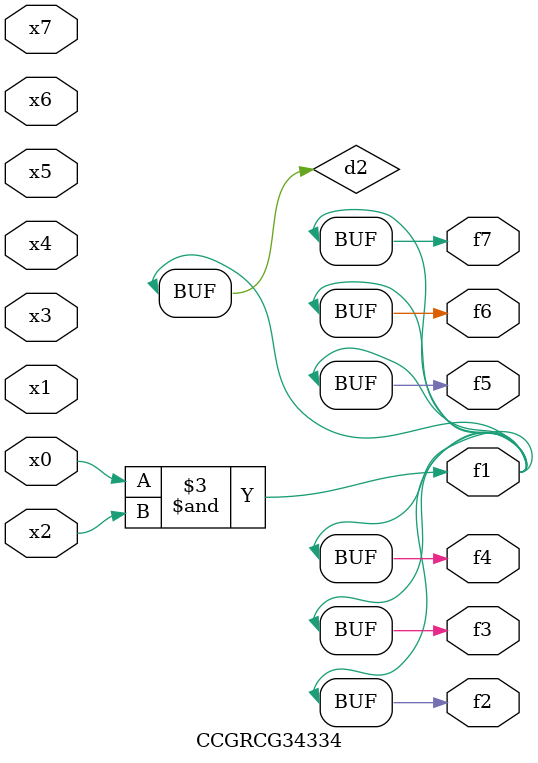
<source format=v>
module CCGRCG34334(
	input x0, x1, x2, x3, x4, x5, x6, x7,
	output f1, f2, f3, f4, f5, f6, f7
);

	wire d1, d2;

	nor (d1, x3, x6);
	and (d2, x0, x2);
	assign f1 = d2;
	assign f2 = d2;
	assign f3 = d2;
	assign f4 = d2;
	assign f5 = d2;
	assign f6 = d2;
	assign f7 = d2;
endmodule

</source>
